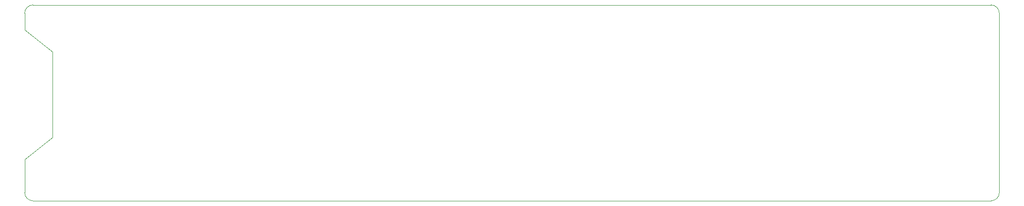
<source format=gbr>
%TF.GenerationSoftware,KiCad,Pcbnew,(6.0.8)*%
%TF.CreationDate,2022-11-30T15:49:32-05:00*%
%TF.ProjectId,mushroomDataloggerProject,6d757368-726f-46f6-9d44-6174616c6f67,rev?*%
%TF.SameCoordinates,Original*%
%TF.FileFunction,Profile,NP*%
%FSLAX46Y46*%
G04 Gerber Fmt 4.6, Leading zero omitted, Abs format (unit mm)*
G04 Created by KiCad (PCBNEW (6.0.8)) date 2022-11-30 15:49:32*
%MOMM*%
%LPD*%
G01*
G04 APERTURE LIST*
%TA.AperFunction,Profile*%
%ADD10C,0.100000*%
%TD*%
G04 APERTURE END LIST*
D10*
X192500000Y-21500000D02*
X192500000Y-54000000D01*
X16500000Y-54000000D02*
X16500000Y-48000000D01*
X18000000Y-20000000D02*
G75*
G03*
X16500000Y-21500000I0J-1500000D01*
G01*
X192500000Y-21500000D02*
G75*
G03*
X191000000Y-20000000I-1500000J0D01*
G01*
X16500000Y-54000000D02*
G75*
G03*
X18000000Y-55500000I1500000J0D01*
G01*
X21500000Y-28500000D02*
X16500000Y-24500000D01*
X16500000Y-24500000D02*
X16500000Y-21500000D01*
X21500000Y-44000000D02*
X16500000Y-48000000D01*
X21500000Y-28500000D02*
X21500000Y-44000000D01*
X191000000Y-55500000D02*
X18000000Y-55500000D01*
X191000000Y-55500000D02*
G75*
G03*
X192500000Y-54000000I0J1500000D01*
G01*
X18000000Y-20000000D02*
X191000000Y-20000000D01*
M02*

</source>
